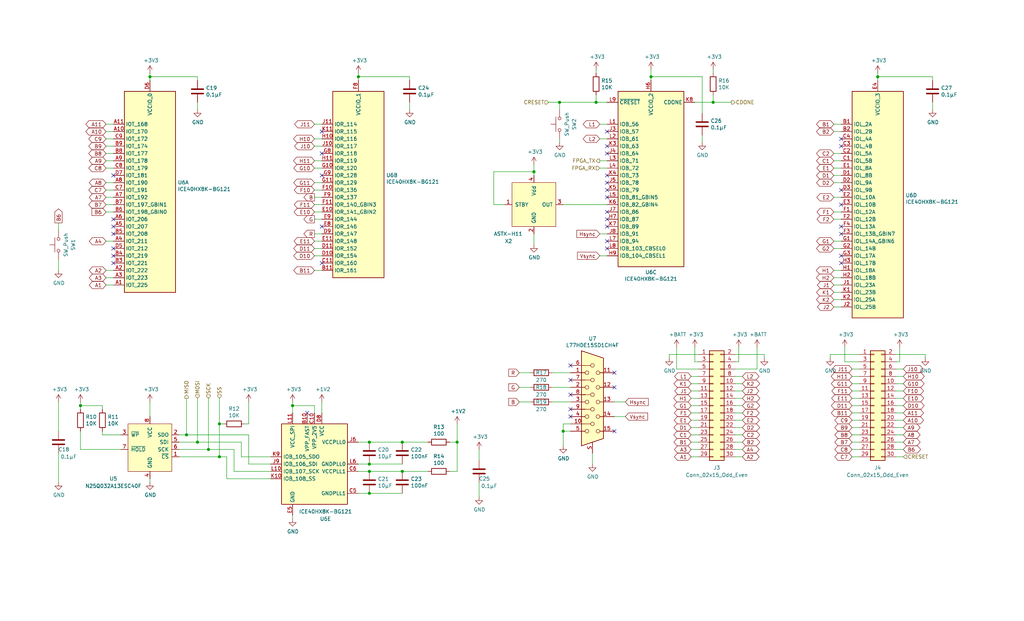
<source format=kicad_sch>
(kicad_sch (version 20211123) (generator eeschema)
  (paper "USLegal")
  (junction (at 124.46 26.67))
  (junction (at 72.39 156.21))
  (junction (at 101.6 140.97))
  (junction (at 139.7 153.67))
  (junction (at 68.58 153.67))
  (junction (at 185.42 59.69))
  (junction (at 128.27 163.83))
  (junction (at 128.27 171.45))
  (junction (at 128.27 161.29))
  (junction (at 195.58 149.86))
  (junction (at 139.7 163.83))
  (junction (at 128.27 153.67))
  (junction (at 52.07 26.67))
  (junction (at 304.8 26.67))
  (junction (at 27.94 140.97))
  (junction (at 76.2 147.32))
  (junction (at 64.77 151.13))
  (junction (at 194.31 35.56))
  (junction (at 76.2 158.75))
  (junction (at 226.06 26.67))
  (junction (at 158.75 153.67))
  (junction (at 207.01 35.56))
  (junction (at 247.65 35.56))
  (no_connect (at 106.68 143.51))
  (no_connect (at 111.76 91.44))
  (no_connect (at 111.76 45.72))
  (no_connect (at 111.76 53.34))
  (no_connect (at 111.76 60.96))
  (no_connect (at 111.76 78.74))
  (no_connect (at 39.37 60.96))
  (no_connect (at 39.37 76.2))
  (no_connect (at 39.37 78.74))
  (no_connect (at 39.37 81.28))
  (no_connect (at 39.37 86.36))
  (no_connect (at 39.37 88.9))
  (no_connect (at 39.37 91.44))
  (no_connect (at 210.82 45.72))
  (no_connect (at 210.82 50.8))
  (no_connect (at 210.82 53.34))
  (no_connect (at 210.82 76.2))
  (no_connect (at 210.82 78.74))
  (no_connect (at 210.82 86.36))
  (no_connect (at 210.82 83.82))
  (no_connect (at 210.82 60.96))
  (no_connect (at 210.82 63.5))
  (no_connect (at 210.82 66.04))
  (no_connect (at 210.82 68.58))
  (no_connect (at 210.82 73.66))
  (no_connect (at 198.12 137.16))
  (no_connect (at 213.36 149.86))
  (no_connect (at 198.12 127))
  (no_connect (at 198.12 132.08))
  (no_connect (at 198.12 142.24))
  (no_connect (at 198.12 144.78))
  (no_connect (at 213.36 134.62))
  (no_connect (at 213.36 129.54))
  (no_connect (at 292.1 88.9))
  (no_connect (at 292.1 91.44))
  (no_connect (at 292.1 50.8))
  (no_connect (at 292.1 66.04))
  (no_connect (at 292.1 71.12))
  (no_connect (at 292.1 78.74))
  (no_connect (at 292.1 81.28))
  (no_connect (at 292.1 48.26))
  (wire (pts (xy 93.98 163.83) (xy 81.28 163.83)))
  (wire (pts (xy 109.22 86.36) (xy 111.76 86.36)))
  (wire (pts (xy 35.56 149.86) (xy 35.56 151.13)))
  (wire (pts (xy 36.83 83.82) (xy 39.37 83.82)))
  (wire (pts (xy 289.56 99.06) (xy 292.1 99.06)))
  (wire (pts (xy 232.41 124.46) (xy 232.41 123.19)))
  (wire (pts (xy 109.22 81.28) (xy 111.76 81.28)))
  (wire (pts (xy 240.03 133.35) (xy 242.57 133.35)))
  (wire (pts (xy 210.82 71.12) (xy 195.58 71.12)))
  (wire (pts (xy 234.95 120.65) (xy 234.95 128.27)))
  (wire (pts (xy 142.24 26.67) (xy 142.24 27.94)))
  (wire (pts (xy 226.06 26.67) (xy 226.06 27.94)))
  (wire (pts (xy 36.83 71.12) (xy 39.37 71.12)))
  (wire (pts (xy 255.27 123.19) (xy 265.43 123.19)))
  (wire (pts (xy 76.2 158.75) (xy 62.23 158.75)))
  (wire (pts (xy 81.28 156.21) (xy 72.39 156.21)))
  (wire (pts (xy 208.28 48.26) (xy 210.82 48.26)))
  (wire (pts (xy 27.94 140.97) (xy 27.94 142.24)))
  (wire (pts (xy 27.94 139.7) (xy 27.94 140.97)))
  (wire (pts (xy 295.91 138.43) (xy 298.45 138.43)))
  (wire (pts (xy 313.69 138.43) (xy 311.15 138.43)))
  (wire (pts (xy 77.47 147.32) (xy 76.2 147.32)))
  (wire (pts (xy 175.26 71.12) (xy 171.45 71.12)))
  (wire (pts (xy 295.91 158.75) (xy 298.45 158.75)))
  (wire (pts (xy 257.81 148.59) (xy 255.27 148.59)))
  (wire (pts (xy 313.69 135.89) (xy 311.15 135.89)))
  (wire (pts (xy 208.28 81.28) (xy 210.82 81.28)))
  (wire (pts (xy 292.1 73.66) (xy 289.56 73.66)))
  (wire (pts (xy 128.27 153.67) (xy 139.7 153.67)))
  (wire (pts (xy 247.65 33.02) (xy 247.65 35.56)))
  (wire (pts (xy 86.36 151.13) (xy 86.36 161.29)))
  (wire (pts (xy 321.31 123.19) (xy 321.31 124.46)))
  (wire (pts (xy 128.27 161.29) (xy 139.7 161.29)))
  (wire (pts (xy 109.22 83.82) (xy 111.76 83.82)))
  (wire (pts (xy 295.91 135.89) (xy 298.45 135.89)))
  (wire (pts (xy 86.36 139.7) (xy 86.36 147.32)))
  (wire (pts (xy 313.69 133.35) (xy 311.15 133.35)))
  (wire (pts (xy 323.85 35.56) (xy 323.85 38.1)))
  (wire (pts (xy 148.59 163.83) (xy 139.7 163.83)))
  (wire (pts (xy 62.23 153.67) (xy 68.58 153.67)))
  (wire (pts (xy 36.83 53.34) (xy 39.37 53.34)))
  (wire (pts (xy 35.56 140.97) (xy 35.56 142.24)))
  (wire (pts (xy 295.91 128.27) (xy 298.45 128.27)))
  (wire (pts (xy 109.22 76.2) (xy 111.76 76.2)))
  (wire (pts (xy 257.81 140.97) (xy 255.27 140.97)))
  (wire (pts (xy 166.37 156.21) (xy 166.37 160.02)))
  (wire (pts (xy 36.83 96.52) (xy 39.37 96.52)))
  (wire (pts (xy 257.81 158.75) (xy 255.27 158.75)))
  (wire (pts (xy 247.65 35.56) (xy 241.3 35.56)))
  (wire (pts (xy 76.2 138.43) (xy 76.2 147.32)))
  (wire (pts (xy 295.91 148.59) (xy 298.45 148.59)))
  (wire (pts (xy 289.56 106.68) (xy 292.1 106.68)))
  (wire (pts (xy 180.34 134.62) (xy 184.15 134.62)))
  (wire (pts (xy 180.34 129.54) (xy 184.15 129.54)))
  (wire (pts (xy 72.39 156.21) (xy 62.23 156.21)))
  (wire (pts (xy 36.83 73.66) (xy 39.37 73.66)))
  (wire (pts (xy 36.83 93.98) (xy 39.37 93.98)))
  (wire (pts (xy 242.57 158.75) (xy 240.03 158.75)))
  (wire (pts (xy 93.98 166.37) (xy 78.74 166.37)))
  (wire (pts (xy 208.28 43.18) (xy 210.82 43.18)))
  (wire (pts (xy 158.75 163.83) (xy 156.21 163.83)))
  (wire (pts (xy 109.22 73.66) (xy 111.76 73.66)))
  (wire (pts (xy 124.46 171.45) (xy 128.27 171.45)))
  (wire (pts (xy 180.34 139.7) (xy 184.15 139.7)))
  (wire (pts (xy 205.74 157.48) (xy 205.74 161.29)))
  (wire (pts (xy 208.28 55.88) (xy 210.82 55.88)))
  (wire (pts (xy 86.36 161.29) (xy 93.98 161.29)))
  (wire (pts (xy 52.07 26.67) (xy 68.58 26.67)))
  (wire (pts (xy 158.75 153.67) (xy 158.75 163.83)))
  (wire (pts (xy 289.56 58.42) (xy 292.1 58.42)))
  (wire (pts (xy 323.85 26.67) (xy 323.85 27.94)))
  (wire (pts (xy 72.39 138.43) (xy 72.39 156.21)))
  (wire (pts (xy 240.03 135.89) (xy 242.57 135.89)))
  (wire (pts (xy 36.83 50.8) (xy 39.37 50.8)))
  (wire (pts (xy 52.07 25.4) (xy 52.07 26.67)))
  (wire (pts (xy 78.74 166.37) (xy 78.74 158.75)))
  (wire (pts (xy 241.3 125.73) (xy 242.57 125.73)))
  (wire (pts (xy 166.37 167.64) (xy 166.37 172.72)))
  (wire (pts (xy 295.91 151.13) (xy 298.45 151.13)))
  (wire (pts (xy 109.22 71.12) (xy 111.76 71.12)))
  (wire (pts (xy 36.83 63.5) (xy 39.37 63.5)))
  (wire (pts (xy 27.94 140.97) (xy 35.56 140.97)))
  (wire (pts (xy 109.22 66.04) (xy 111.76 66.04)))
  (wire (pts (xy 185.42 81.28) (xy 185.42 85.09)))
  (wire (pts (xy 226.06 24.13) (xy 226.06 26.67)))
  (wire (pts (xy 313.69 156.21) (xy 311.15 156.21)))
  (wire (pts (xy 262.89 128.27) (xy 255.27 128.27)))
  (wire (pts (xy 265.43 123.19) (xy 265.43 124.46)))
  (wire (pts (xy 313.69 130.81) (xy 311.15 130.81)))
  (wire (pts (xy 262.89 120.65) (xy 262.89 128.27)))
  (wire (pts (xy 68.58 26.67) (xy 68.58 27.94)))
  (wire (pts (xy 109.22 58.42) (xy 111.76 58.42)))
  (wire (pts (xy 139.7 153.67) (xy 148.59 153.67)))
  (wire (pts (xy 240.03 151.13) (xy 242.57 151.13)))
  (wire (pts (xy 243.84 46.99) (xy 243.84 49.53)))
  (wire (pts (xy 64.77 138.43) (xy 64.77 151.13)))
  (wire (pts (xy 293.37 125.73) (xy 298.45 125.73)))
  (wire (pts (xy 124.46 163.83) (xy 128.27 163.83)))
  (wire (pts (xy 86.36 147.32) (xy 85.09 147.32)))
  (wire (pts (xy 240.03 153.67) (xy 242.57 153.67)))
  (wire (pts (xy 124.46 26.67) (xy 142.24 26.67)))
  (wire (pts (xy 289.56 53.34) (xy 292.1 53.34)))
  (wire (pts (xy 36.83 68.58) (xy 39.37 68.58)))
  (wire (pts (xy 240.03 156.21) (xy 242.57 156.21)))
  (wire (pts (xy 256.54 120.65) (xy 256.54 125.73)))
  (wire (pts (xy 109.22 48.26) (xy 111.76 48.26)))
  (wire (pts (xy 158.75 147.32) (xy 158.75 153.67)))
  (wire (pts (xy 194.31 48.26) (xy 194.31 49.53)))
  (wire (pts (xy 194.31 35.56) (xy 207.01 35.56)))
  (wire (pts (xy 257.81 133.35) (xy 255.27 133.35)))
  (wire (pts (xy 83.82 158.75) (xy 93.98 158.75)))
  (wire (pts (xy 194.31 38.1) (xy 194.31 35.56)))
  (wire (pts (xy 289.56 96.52) (xy 292.1 96.52)))
  (wire (pts (xy 171.45 59.69) (xy 185.42 59.69)))
  (wire (pts (xy 226.06 26.67) (xy 243.84 26.67)))
  (wire (pts (xy 240.03 140.97) (xy 242.57 140.97)))
  (wire (pts (xy 36.83 55.88) (xy 39.37 55.88)))
  (wire (pts (xy 171.45 71.12) (xy 171.45 59.69)))
  (wire (pts (xy 109.22 55.88) (xy 111.76 55.88)))
  (wire (pts (xy 295.91 133.35) (xy 298.45 133.35)))
  (wire (pts (xy 295.91 153.67) (xy 298.45 153.67)))
  (wire (pts (xy 289.56 60.96) (xy 292.1 60.96)))
  (wire (pts (xy 240.03 130.81) (xy 242.57 130.81)))
  (wire (pts (xy 208.28 88.9) (xy 210.82 88.9)))
  (wire (pts (xy 288.29 124.46) (xy 288.29 123.19)))
  (wire (pts (xy 311.15 153.67) (xy 313.69 153.67)))
  (wire (pts (xy 240.03 138.43) (xy 242.57 138.43)))
  (wire (pts (xy 311.15 151.13) (xy 313.69 151.13)))
  (wire (pts (xy 101.6 140.97) (xy 109.22 140.97)))
  (wire (pts (xy 124.46 26.67) (xy 124.46 27.94)))
  (wire (pts (xy 257.81 130.81) (xy 255.27 130.81)))
  (wire (pts (xy 254 35.56) (xy 247.65 35.56)))
  (wire (pts (xy 198.12 149.86) (xy 195.58 149.86)))
  (wire (pts (xy 313.69 143.51) (xy 311.15 143.51)))
  (wire (pts (xy 52.07 139.7) (xy 52.07 144.78)))
  (wire (pts (xy 313.69 128.27) (xy 311.15 128.27)))
  (wire (pts (xy 124.46 153.67) (xy 128.27 153.67)))
  (wire (pts (xy 111.76 139.7) (xy 111.76 143.51)))
  (wire (pts (xy 195.58 154.94) (xy 195.58 149.86)))
  (wire (pts (xy 20.32 139.7) (xy 20.32 149.86)))
  (wire (pts (xy 128.27 171.45) (xy 139.7 171.45)))
  (wire (pts (xy 191.77 139.7) (xy 198.12 139.7)))
  (wire (pts (xy 142.24 35.56) (xy 142.24 38.1)))
  (wire (pts (xy 101.6 143.51) (xy 101.6 140.97)))
  (wire (pts (xy 191.77 129.54) (xy 198.12 129.54)))
  (wire (pts (xy 217.17 144.78) (xy 213.36 144.78)))
  (wire (pts (xy 240.03 143.51) (xy 242.57 143.51)))
  (wire (pts (xy 257.81 143.51) (xy 255.27 143.51)))
  (wire (pts (xy 124.46 25.4) (xy 124.46 26.67)))
  (wire (pts (xy 68.58 35.56) (xy 68.58 38.1)))
  (wire (pts (xy 295.91 156.21) (xy 298.45 156.21)))
  (wire (pts (xy 124.46 161.29) (xy 128.27 161.29)))
  (wire (pts (xy 41.91 156.21) (xy 27.94 156.21)))
  (wire (pts (xy 311.15 146.05) (xy 313.69 146.05)))
  (wire (pts (xy 109.22 50.8) (xy 111.76 50.8)))
  (wire (pts (xy 213.36 139.7) (xy 217.17 139.7)))
  (wire (pts (xy 83.82 153.67) (xy 83.82 158.75)))
  (wire (pts (xy 257.81 151.13) (xy 255.27 151.13)))
  (wire (pts (xy 240.03 148.59) (xy 242.57 148.59)))
  (wire (pts (xy 257.81 153.67) (xy 255.27 153.67)))
  (wire (pts (xy 313.69 140.97) (xy 311.15 140.97)))
  (wire (pts (xy 101.6 139.7) (xy 101.6 140.97)))
  (wire (pts (xy 36.83 66.04) (xy 39.37 66.04)))
  (wire (pts (xy 101.6 179.07) (xy 101.6 180.34)))
  (wire (pts (xy 311.15 148.59) (xy 313.69 148.59)))
  (wire (pts (xy 256.54 125.73) (xy 255.27 125.73)))
  (wire (pts (xy 241.3 120.65) (xy 241.3 125.73)))
  (wire (pts (xy 52.07 166.37) (xy 52.07 167.64)))
  (wire (pts (xy 289.56 101.6) (xy 292.1 101.6)))
  (wire (pts (xy 311.15 123.19) (xy 321.31 123.19)))
  (wire (pts (xy 312.42 125.73) (xy 311.15 125.73)))
  (wire (pts (xy 295.91 143.51) (xy 298.45 143.51)))
  (wire (pts (xy 208.28 58.42) (xy 210.82 58.42)))
  (wire (pts (xy 289.56 63.5) (xy 292.1 63.5)))
  (wire (pts (xy 289.56 86.36) (xy 292.1 86.36)))
  (wire (pts (xy 20.32 157.48) (xy 20.32 167.64)))
  (wire (pts (xy 207.01 24.13) (xy 207.01 25.4)))
  (wire (pts (xy 257.81 156.21) (xy 255.27 156.21)))
  (wire (pts (xy 207.01 35.56) (xy 210.82 35.56)))
  (wire (pts (xy 27.94 156.21) (xy 27.94 149.86)))
  (wire (pts (xy 289.56 68.58) (xy 292.1 68.58)))
  (wire (pts (xy 304.8 26.67) (xy 304.8 27.94)))
  (wire (pts (xy 52.07 26.67) (xy 52.07 27.94)))
  (wire (pts (xy 64.77 151.13) (xy 86.36 151.13)))
  (wire (pts (xy 156.21 153.67) (xy 158.75 153.67)))
  (wire (pts (xy 36.83 45.72) (xy 39.37 45.72)))
  (wire (pts (xy 293.37 120.65) (xy 293.37 125.73)))
  (wire (pts (xy 62.23 151.13) (xy 64.77 151.13)))
  (wire (pts (xy 36.83 43.18) (xy 39.37 43.18)))
  (wire (pts (xy 232.41 123.19) (xy 242.57 123.19)))
  (wire (pts (xy 81.28 163.83) (xy 81.28 156.21)))
  (wire (pts (xy 243.84 26.67) (xy 243.84 39.37)))
  (wire (pts (xy 257.81 135.89) (xy 255.27 135.89)))
  (wire (pts (xy 257.81 146.05) (xy 255.27 146.05)))
  (wire (pts (xy 20.32 77.47) (xy 20.32 80.01)))
  (wire (pts (xy 313.69 158.75) (xy 311.15 158.75)))
  (wire (pts (xy 35.56 151.13) (xy 41.91 151.13)))
  (wire (pts (xy 109.22 63.5) (xy 111.76 63.5)))
  (wire (pts (xy 289.56 55.88) (xy 292.1 55.88)))
  (wire (pts (xy 109.22 43.18) (xy 111.76 43.18)))
  (wire (pts (xy 207.01 33.02) (xy 207.01 35.56)))
  (wire (pts (xy 36.83 58.42) (xy 39.37 58.42)))
  (wire (pts (xy 109.22 140.97) (xy 109.22 143.51)))
  (wire (pts (xy 295.91 146.05) (xy 298.45 146.05)))
  (wire (pts (xy 78.74 158.75) (xy 76.2 158.75)))
  (wire (pts (xy 257.81 138.43) (xy 255.27 138.43)))
  (wire (pts (xy 190.5 35.56) (xy 194.31 35.56)))
  (wire (pts (xy 195.58 149.86) (xy 195.58 147.32)))
  (wire (pts (xy 76.2 147.32) (xy 76.2 158.75)))
  (wire (pts (xy 288.29 123.19) (xy 298.45 123.19)))
  (wire (pts (xy 36.83 99.06) (xy 39.37 99.06)))
  (wire (pts (xy 289.56 45.72) (xy 292.1 45.72)))
  (wire (pts (xy 304.8 26.67) (xy 323.85 26.67)))
  (wire (pts (xy 128.27 163.83) (xy 139.7 163.83)))
  (wire (pts (xy 109.22 68.58) (xy 111.76 68.58)))
  (wire (pts (xy 109.22 88.9) (xy 111.76 88.9)))
  (wire (pts (xy 36.83 48.26) (xy 39.37 48.26)))
  (wire (pts (xy 312.42 120.65) (xy 312.42 125.73)))
  (wire (pts (xy 289.56 76.2) (xy 292.1 76.2)))
  (wire (pts (xy 289.56 104.14) (xy 292.1 104.14)))
  (wire (pts (xy 240.03 146.05) (xy 242.57 146.05)))
  (wire (pts (xy 185.42 59.69) (xy 185.42 60.96)))
  (wire (pts (xy 247.65 24.13) (xy 247.65 25.4)))
  (wire (pts (xy 20.32 93.98) (xy 20.32 90.17)))
  (wire (pts (xy 289.56 43.18) (xy 292.1 43.18)))
  (wire (pts (xy 304.8 25.4) (xy 304.8 26.67)))
  (wire (pts (xy 68.58 138.43) (xy 68.58 153.67)))
  (wire (pts (xy 289.56 93.98) (xy 292.1 93.98)))
  (wire (pts (xy 195.58 147.32) (xy 198.12 147.32)))
  (wire (pts (xy 289.56 83.82) (xy 292.1 83.82)))
  (wire (pts (xy 234.95 128.27) (xy 242.57 128.27)))
  (wire (pts (xy 185.42 57.15) (xy 185.42 59.69)))
  (wire (pts (xy 295.91 140.97) (xy 298.45 140.97)))
  (wire (pts (xy 295.91 130.81) (xy 298.45 130.81)))
  (wire (pts (xy 109.22 93.98) (xy 111.76 93.98)))
  (wire (pts (xy 191.77 134.62) (xy 198.12 134.62)))
  (wire (pts (xy 68.58 153.67) (xy 83.82 153.67)))
  (global_label "F1" (shape bidirectional) (at 289.56 73.66 180) (property "Intersheet References" "${INTERSHEET_REFS}" (effects hide)))
  (global_label "B6" (shape bidirectional) (at 313.69 156.21 0) (property "Intersheet References" "${INTERSHEET_REFS}" (effects hide)))
  (global_label "C8" (shape bidirectional) (at 36.83 58.42 180) (property "Intersheet References" "${INTERSHEET_REFS}" (effects hide)))
  (global_label "H10" (shape bidirectional) (at 109.22 48.26 180) (property "Intersheet References" "${INTERSHEET_REFS}" (effects hide)))
  (global_label "A9" (shape bidirectional) (at 36.83 55.88 180) (property "Intersheet References" "${INTERSHEET_REFS}" (effects hide)))
  (global_label "A7" (shape bidirectional) (at 313.69 153.67 0) (property "Intersheet References" "${INTERSHEET_REFS}" (effects hide)))
  (global_label "C1" (shape bidirectional) (at 240.03 151.13 180) (property "Intersheet References" "${INTERSHEET_REFS}" (effects hide)))
  (global_label "A1" (shape bidirectional) (at 36.83 99.06 180) (property "Intersheet References" "${INTERSHEET_REFS}" (effects hide)))
  (global_label "B8" (shape bidirectional) (at 295.91 151.13 180) (property "Intersheet References" "${INTERSHEET_REFS}" (effects hide)))
  (global_label "G1" (shape bidirectional) (at 240.03 140.97 180) (property "Intersheet References" "${INTERSHEET_REFS}" (effects hide)))
  (global_label "Hsync" (shape input) (at 208.28 81.28 180) (property "Intersheet References" "${INTERSHEET_REFS}" (effects hide)))
  (global_label "R" (shape output) (at 109.22 81.28 180) (property "Intersheet References" "${INTERSHEET_REFS}" (effects hide)))
  (global_label "A7" (shape bidirectional) (at 36.83 68.58 180) (property "Intersheet References" "${INTERSHEET_REFS}" (effects hide)))
  (global_label "K2" (shape bidirectional) (at 257.81 133.35 0) (property "Intersheet References" "${INTERSHEET_REFS}" (effects hide)))
  (global_label "B" (shape output) (at 109.22 68.58 180) (property "Intersheet References" "${INTERSHEET_REFS}" (effects hide)))
  (global_label "E2" (shape bidirectional) (at 257.81 146.05 0) (property "Intersheet References" "${INTERSHEET_REFS}" (effects hide)))
  (global_label "B1" (shape bidirectional) (at 240.03 153.67 180) (property "Intersheet References" "${INTERSHEET_REFS}" (effects hide)))
  (global_label "B9" (shape bidirectional) (at 36.83 50.8 180) (property "Intersheet References" "${INTERSHEET_REFS}" (effects hide)))
  (global_label "R" (shape input) (at 180.34 129.54 180) (property "Intersheet References" "${INTERSHEET_REFS}" (effects hide)))
  (global_label "A4" (shape bidirectional) (at 36.83 83.82 180) (property "Intersheet References" "${INTERSHEET_REFS}" (effects hide)))
  (global_label "H1" (shape bidirectional) (at 240.03 138.43 180) (property "Intersheet References" "${INTERSHEET_REFS}" (effects hide)))
  (global_label "Vsync" (shape input) (at 217.17 144.78 0) (property "Intersheet References" "${INTERSHEET_REFS}" (effects hide)))
  (global_label "C2" (shape bidirectional) (at 289.56 53.34 180) (property "Intersheet References" "${INTERSHEET_REFS}" (effects hide)))
  (global_label "H2" (shape bidirectional) (at 289.56 96.52 180) (property "Intersheet References" "${INTERSHEET_REFS}" (effects hide)))
  (global_label "F2" (shape bidirectional) (at 257.81 143.51 0) (property "Intersheet References" "${INTERSHEET_REFS}" (effects hide)))
  (global_label "A11" (shape bidirectional) (at 313.69 143.51 0) (property "Intersheet References" "${INTERSHEET_REFS}" (effects hide)))
  (global_label "C9" (shape bidirectional) (at 36.83 48.26 180) (property "Intersheet References" "${INTERSHEET_REFS}" (effects hide)))
  (global_label "A3" (shape bidirectional) (at 240.03 156.21 180) (property "Intersheet References" "${INTERSHEET_REFS}" (effects hide)))
  (global_label "J1" (shape bidirectional) (at 289.56 99.06 180) (property "Intersheet References" "${INTERSHEET_REFS}" (effects hide)))
  (global_label "J10" (shape bidirectional) (at 313.69 128.27 0) (property "Intersheet References" "${INTERSHEET_REFS}" (effects hide)))
  (global_label "B9" (shape bidirectional) (at 295.91 148.59 180) (property "Intersheet References" "${INTERSHEET_REFS}" (effects hide)))
  (global_label "D11" (shape bidirectional) (at 295.91 140.97 180) (property "Intersheet References" "${INTERSHEET_REFS}" (effects hide)))
  (global_label "B1" (shape bidirectional) (at 289.56 43.18 180) (property "Intersheet References" "${INTERSHEET_REFS}" (effects hide)))
  (global_label "C7" (shape bidirectional) (at 36.83 66.04 180) (property "Intersheet References" "${INTERSHEET_REFS}" (effects hide)))
  (global_label "E10" (shape bidirectional) (at 313.69 138.43 0) (property "Intersheet References" "${INTERSHEET_REFS}" (effects hide)))
  (global_label "L2" (shape bidirectional) (at 257.81 130.81 0) (property "Intersheet References" "${INTERSHEET_REFS}" (effects hide)))
  (global_label "F10" (shape bidirectional) (at 109.22 66.04 180) (property "Intersheet References" "${INTERSHEET_REFS}" (effects hide)))
  (global_label "A3" (shape bidirectional) (at 36.83 96.52 180) (property "Intersheet References" "${INTERSHEET_REFS}" (effects hide)))
  (global_label "G1" (shape bidirectional) (at 289.56 83.82 180) (property "Intersheet References" "${INTERSHEET_REFS}" (effects hide)))
  (global_label "E1" (shape bidirectional) (at 240.03 146.05 180) (property "Intersheet References" "${INTERSHEET_REFS}" (effects hide)))
  (global_label "A8" (shape bidirectional) (at 313.69 151.13 0) (property "Intersheet References" "${INTERSHEET_REFS}" (effects hide)))
  (global_label "D1" (shape bidirectional) (at 289.56 60.96 180) (property "Intersheet References" "${INTERSHEET_REFS}" (effects hide)))
  (global_label "H11" (shape bidirectional) (at 295.91 130.81 180) (property "Intersheet References" "${INTERSHEET_REFS}" (effects hide)))
  (global_label "A2" (shape bidirectional) (at 257.81 158.75 0) (property "Intersheet References" "${INTERSHEET_REFS}" (effects hide)))
  (global_label "Hsync" (shape input) (at 217.17 139.7 0) (property "Intersheet References" "${INTERSHEET_REFS}" (effects hide)))
  (global_label "H1" (shape bidirectional) (at 289.56 93.98 180) (property "Intersheet References" "${INTERSHEET_REFS}" (effects hide)))
  (global_label "B6" (shape output) (at 20.32 77.47 90) (property "Intersheet References" "${INTERSHEET_REFS}" (effects hide)))
  (global_label "G11" (shape bidirectional) (at 295.91 133.35 180) (property "Intersheet References" "${INTERSHEET_REFS}" (effects hide)))
  (global_label "A10" (shape bidirectional) (at 313.69 146.05 0) (property "Intersheet References" "${INTERSHEET_REFS}" (effects hide)))
  (global_label "C2" (shape bidirectional) (at 257.81 151.13 0) (property "Intersheet References" "${INTERSHEET_REFS}" (effects hide)))
  (global_label "Vsync" (shape input) (at 208.28 88.9 180) (property "Intersheet References" "${INTERSHEET_REFS}" (effects hide)))
  (global_label "K1" (shape bidirectional) (at 289.56 101.6 180) (property "Intersheet References" "${INTERSHEET_REFS}" (effects hide)))
  (global_label "E1" (shape bidirectional) (at 289.56 58.42 180) (property "Intersheet References" "${INTERSHEET_REFS}" (effects hide)))
  (global_label "A11" (shape bidirectional) (at 36.83 43.18 180) (property "Intersheet References" "${INTERSHEET_REFS}" (effects hide)))
  (global_label "B" (shape input) (at 180.34 139.7 180) (property "Intersheet References" "${INTERSHEET_REFS}" (effects hide)))
  (global_label "E11" (shape bidirectional) (at 109.22 83.82 180) (property "Intersheet References" "${INTERSHEET_REFS}" (effects hide)))
  (global_label "K2" (shape bidirectional) (at 289.56 104.14 180) (property "Intersheet References" "${INTERSHEET_REFS}" (effects hide)))
  (global_label "J11" (shape bidirectional) (at 295.91 128.27 180) (property "Intersheet References" "${INTERSHEET_REFS}" (effects hide)))
  (global_label "C9" (shape bidirectional) (at 295.91 146.05 180) (property "Intersheet References" "${INTERSHEET_REFS}" (effects hide)))
  (global_label "F10" (shape bidirectional) (at 313.69 135.89 0) (property "Intersheet References" "${INTERSHEET_REFS}" (effects hide)))
  (global_label "A4" (shape bidirectional) (at 257.81 156.21 0) (property "Intersheet References" "${INTERSHEET_REFS}" (effects hide)))
  (global_label "G10" (shape bidirectional) (at 109.22 58.42 180) (property "Intersheet References" "${INTERSHEET_REFS}" (effects hide)))
  (global_label "J1" (shape bidirectional) (at 240.03 135.89 180) (property "Intersheet References" "${INTERSHEET_REFS}" (effects hide)))
  (global_label "E10" (shape bidirectional) (at 109.22 73.66 180) (property "Intersheet References" "${INTERSHEET_REFS}" (effects hide)))
  (global_label "B7" (shape bidirectional) (at 295.91 153.67 180) (property "Intersheet References" "${INTERSHEET_REFS}" (effects hide)))
  (global_label "H10" (shape bidirectional) (at 313.69 130.81 0) (property "Intersheet References" "${INTERSHEET_REFS}" (effects hide)))
  (global_label "E2" (shape bidirectional) (at 289.56 68.58 180) (property "Intersheet References" "${INTERSHEET_REFS}" (effects hide)))
  (global_label "F1" (shape bidirectional) (at 240.03 143.51 180) (property "Intersheet References" "${INTERSHEET_REFS}" (effects hide)))
  (global_label "C1" (shape bidirectional) (at 289.56 55.88 180) (property "Intersheet References" "${INTERSHEET_REFS}" (effects hide)))
  (global_label "G" (shape output) (at 109.22 76.2 180) (property "Intersheet References" "${INTERSHEET_REFS}" (effects hide)))
  (global_label "D1" (shape bidirectional) (at 240.03 148.59 180) (property "Intersheet References" "${INTERSHEET_REFS}" (effects hide)))
  (global_label "C7" (shape bidirectional) (at 295.91 158.75 180) (property "Intersheet References" "${INTERSHEET_REFS}" (effects hide)))
  (global_label "J11" (shape bidirectional) (at 109.22 43.18 180) (property "Intersheet References" "${INTERSHEET_REFS}" (effects hide)))
  (global_label "G11" (shape bidirectional) (at 109.22 63.5 180) (property "Intersheet References" "${INTERSHEET_REFS}" (effects hide)))
  (global_label "A10" (shape bidirectional) (at 36.83 45.72 180) (property "Intersheet References" "${INTERSHEET_REFS}" (effects hide)))
  (global_label "D2" (shape bidirectional) (at 289.56 63.5 180) (property "Intersheet References" "${INTERSHEET_REFS}" (effects hide)))
  (global_label "B7" (shape bidirectional) (at 36.83 71.12 180) (property "Intersheet References" "${INTERSHEET_REFS}" (effects hide)))
  (global_label "D2" (shape bidirectional) (at 257.81 148.59 0) (property "Intersheet References" "${INTERSHEET_REFS}" (effects hide)))
  (global_label "A9" (shape bidirectional) (at 313.69 148.59 0) (property "Intersheet References" "${INTERSHEET_REFS}" (effects hide)))
  (global_label "L1" (shape bidirectional) (at 208.28 43.18 180) (property "Intersheet References" "${INTERSHEET_REFS}" (effects hide)))
  (global_label "B11" (shape bidirectional) (at 109.22 93.98 180) (property "Intersheet References" "${INTERSHEET_REFS}" (effects hide)))
  (global_label "A2" (shape bidirectional) (at 36.83 93.98 180) (property "Intersheet References" "${INTERSHEET_REFS}" (effects hide)))
  (global_label "F11" (shape bidirectional) (at 109.22 71.12 180) (property "Intersheet References" "${INTERSHEET_REFS}" (effects hide)))
  (global_label "G" (shape input) (at 180.34 134.62 180) (property "Intersheet References" "${INTERSHEET_REFS}" (effects hide)))
  (global_label "D10" (shape bidirectional) (at 109.22 88.9 180) (property "Intersheet References" "${INTERSHEET_REFS}" (effects hide)))
  (global_label "J2" (shape bidirectional) (at 257.81 135.89 0) (property "Intersheet References" "${INTERSHEET_REFS}" (effects hide)))
  (global_label "A1" (shape bidirectional) (at 240.03 158.75 180) (property "Intersheet References" "${INTERSHEET_REFS}" (effects hide)))
  (global_label "G2" (shape bidirectional) (at 257.81 140.97 0) (property "Intersheet References" "${INTERSHEET_REFS}" (effects hide)))
  (global_label "F2" (shape bidirectional) (at 289.56 76.2 180) (property "Intersheet References" "${INTERSHEET_REFS}" (effects hide)))
  (global_label "J10" (shape bidirectional) (at 109.22 50.8 180) (property "Intersheet References" "${INTERSHEET_REFS}" (effects hide)))
  (global_label "B2" (shape bidirectional) (at 257.81 153.67 0) (property "Intersheet References" "${INTERSHEET_REFS}" (effects hide)))
  (global_label "B11" (shape bidirectional) (at 295.91 143.51 180) (property "Intersheet References" "${INTERSHEET_REFS}" (effects hide)))
  (global_label "E11" (shape bidirectional) (at 295.91 138.43 180) (property "Intersheet References" "${INTERSHEET_REFS}" (effects hide)))
  (global_label "G10" (shape bidirectional) (at 313.69 133.35 0) (property "Intersheet References" "${INTERSHEET_REFS}" (effects hide)))
  (global_label "J2" (shape bidirectional) (at 289.56 106.68 180) (property "Intersheet References" "${INTERSHEET_REFS}" (effects hide)))
  (global_label "L1" (shape bidirectional) (at 240.03 130.81 180) (property "Intersheet References" "${INTERSHEET_REFS}" (effects hide)))
  (global_label "C8" (shape bidirectional) (at 295.91 156.21 180) (property "Intersheet References" "${INTERSHEET_REFS}" (effects hide)))
  (global_label "A8" (shape bidirectional) (at 36.83 63.5 180) (property "Intersheet References" "${INTERSHEET_REFS}" (effects hide)))
  (global_label "L2" (shape bidirectional) (at 208.28 48.26 180) (property "Intersheet References" "${INTERSHEET_REFS}" (effects hide)))
  (global_label "D10" (shape bidirectional) (at 313.69 140.97 0) (property "Intersheet References" "${INTERSHEET_REFS}" (effects hide)))
  (global_label "B2" (shape bidirectional) (at 289.56 45.72 180) (property "Intersheet References" "${INTERSHEET_REFS}" (effects hide)))
  (global_label "D11" (shape bidirectional) (at 109.22 86.36 180) (property "Intersheet References" "${INTERSHEET_REFS}" (effects hide)))
  (global_label "B6" (shape input) (at 36.83 73.66 180) (property "Intersheet References" "${INTERSHEET_REFS}" (effects hide)))
  (global_label "B8" (shape bidirectional) (at 36.83 53.34 180) (property "Intersheet References" "${INTERSHEET_REFS}" (effects hide)))
  (global_label "H11" (shape bidirectional) (at 109.22 55.88 180) (property "Intersheet References" "${INTERSHEET_REFS}" (effects hide)))
  (global_label "G2" (shape bidirectional) (at 289.56 86.36 180) (property "Intersheet References" "${INTERSHEET_REFS}" (effects hide)))
  (global_label "K1" (shape bidirectional) (at 240.03 133.35 180) (property "Intersheet References" "${INTERSHEET_REFS}" (effects hide)))
  (global_label "H2" (shape bidirectional) (at 257.81 138.43 0) (property "Intersheet References" "${INTERSHEET_REFS}" (effects hide)))
  (global_label "F11" (shape bidirectional) (at 295.91 135.89 180) (property "Intersheet References" "${INTERSHEET_REFS}" (effects hide)))
  (hierarchical_label "FPGA_RX" (shape input) (at 208.28 58.42 180))
  (hierarchical_label "CRESET" (shape input) (at 190.5 35.56 180))
  (hierarchical_label "CRESET" (shape input) (at 313.69 158.75 0))
  (hierarchical_label "MISO" (shape output) (at 64.77 138.43 90))
  (hierarchical_label "SS" (shape input) (at 76.2 138.43 90))
  (hierarchical_label "MOSI" (shape input) (at 68.58 138.43 90))
  (hierarchical_label "SCK" (shape input) (at 72.39 138.43 90))
  (hierarchical_label "CDONE" (shape output) (at 254 35.56 0))
  (hierarchical_label "FPGA_TX" (shape output) (at 208.28 55.88 180))
  (symbol (lib_id "Device:C") (at 128.27 157.48 0) (unit 1)
    (property "Reference" "C20" (at 131.191 156.3116 0) (effects (justify left)))
    (property "Value" "10µF" (at 131.191 158.623 0) (effects (justify left)))
    (property "Footprint" "Capacitor_SMD:C_0603_1608Metric" (effects hide))
  )
  (symbol (lib_id "Device:C") (at 128.27 167.64 0) (unit 1)
    (property "Reference" "C21" (at 131.191 166.4716 0) (effects (justify left)))
    (property "Value" "10µF" (at 131.191 168.783 0) (effects (justify left)))
    (property "Footprint" "Capacitor_SMD:C_0603_1608Metric" (effects hide))
  )
  (symbol (lib_id "power:GND") (at 101.6 180.34 0) (unit 1)
    (property "Reference" "#PWR0101" (effects hide))
    (property "Value" "GND" (at 101.727 184.7342 0))
  )
  (symbol (lib_id "power:GND") (at 52.07 167.64 0) (unit 1)
    (property "Reference" "#PWR0102" (effects hide))
    (property "Value" "GND" (at 52.197 172.0342 0))
  )
  (symbol (lib_id "power:+3.3V") (at 52.07 139.7 0) (unit 1)
    (property "Reference" "#PWR0103" (effects hide))
    (property "Value" "+3.3V" (at 52.451 135.3058 0))
  )
  (symbol (lib_id "Device:R") (at 152.4 153.67 270) (unit 1)
    (property "Reference" "R13" (at 152.4 148.4122 90))
    (property "Value" "100" (at 152.4 150.7236 90))
    (property "Footprint" "Resistor_SMD:R_0603_1608Metric" (effects hide))
  )
  (symbol (lib_id "Device:R") (at 152.4 163.83 270) (unit 1)
    (property "Reference" "R14" (at 152.4 158.5722 90))
    (property "Value" "100" (at 152.4 160.8836 90))
    (property "Footprint" "Resistor_SMD:R_0603_1608Metric" (effects hide))
  )
  (symbol (lib_id "power:+1V2") (at 158.75 147.32 0) (unit 1)
    (property "Reference" "#PWR0104" (effects hide))
    (property "Value" "+1V2" (at 159.131 142.9258 0))
  )
  (symbol (lib_id "Device:C") (at 139.7 157.48 0) (unit 1)
    (property "Reference" "C22" (at 142.621 156.3116 0) (effects (justify left)))
    (property "Value" "100nF" (at 142.621 158.623 0) (effects (justify left)))
    (property "Footprint" "Capacitor_SMD:C_0603_1608Metric" (effects hide))
  )
  (symbol (lib_id "Device:C") (at 139.7 167.64 0) (unit 1)
    (property "Reference" "C23" (at 142.621 166.4716 0) (effects (justify left)))
    (property "Value" "100nF" (at 142.621 168.783 0) (effects (justify left)))
    (property "Footprint" "Capacitor_SMD:C_0603_1608Metric" (effects hide))
  )
  (symbol (lib_id "Switch:SW_Push") (at 194.31 43.18 90) (unit 1)
    (property "Reference" "SW2" (at 199.39 43.18 0))
    (property "Value" "SW_Push" (at 196.85 43.18 0))
    (property "Footprint" "Button_Switch_THT:SW_PUSH_6mm" (effects hide))
  )
  (symbol (lib_id "power:+3.3V") (at 101.6 139.7 0) (unit 1)
    (property "Reference" "#PWR0105" (effects hide))
    (property "Value" "+3.3V" (at 101.981 135.3058 0))
  )
  (symbol (lib_id "power:GND") (at 194.31 49.53 0) (unit 1)
    (property "Reference" "#PWR0113" (effects hide))
    (property "Value" "GND" (at 194.437 53.9242 0))
  )
  (symbol (lib_id "Device:R") (at 247.65 29.21 0) (unit 1)
    (property "Reference" "R16" (at 249.428 28.0416 0) (effects (justify left)))
    (property "Value" "10K" (at 249.428 30.353 0) (effects (justify left)))
    (property "Footprint" "Resistor_SMD:R_0603_1608Metric" (effects hide))
  )
  (symbol (lib_id "pet_on_a_chip:L77HDE15SD1CH4F") (at 205.74 139.7 0) (unit 1)
    (property "Reference" "U7" (at 205.74 117.6782 0))
    (property "Value" "L77HDE15SD1CH4F" (at 205.74 119.9896 0))
    (property "Footprint" "pet on a chip:AMPHENOL_L77HDE15SD1CH4F" (effects hide))
  )
  (symbol (lib_id "power:+3.3V") (at 247.65 24.13 0) (unit 1)
    (property "Reference" "#PWR0114" (effects hide))
    (property "Value" "+3.3V" (at 248.031 19.7358 0))
  )
  (symbol (lib_id "Device:C") (at 68.58 31.75 0) (unit 1)
    (property "Reference" "C19" (at 71.501 30.5816 0) (effects (justify left)))
    (property "Value" "0.1µF" (at 71.501 32.893 0) (effects (justify left)))
    (property "Footprint" "Capacitor_SMD:C_0603_1608Metric" (effects hide))
  )
  (symbol (lib_id "power:GND") (at 68.58 38.1 0) (unit 1)
    (property "Reference" "#PWR0115" (effects hide))
    (property "Value" "GND" (at 68.707 42.4942 0))
  )
  (symbol (lib_id "Device:C") (at 142.24 31.75 0) (unit 1)
    (property "Reference" "C24" (at 145.161 30.5816 0) (effects (justify left)))
    (property "Value" "0.1µF" (at 145.161 32.893 0) (effects (justify left)))
    (property "Footprint" "Capacitor_SMD:C_0603_1608Metric" (effects hide))
  )
  (symbol (lib_id "power:GND") (at 142.24 38.1 0) (unit 1)
    (property "Reference" "#PWR0116" (effects hide))
    (property "Value" "GND" (at 142.367 42.4942 0))
  )
  (symbol (lib_id "Connector_Generic:Conn_02x15_Odd_Even") (at 247.65 140.97 0) (unit 1)
    (property "Reference" "J3" (at 248.92 162.56 0))
    (property "Value" "Conn_02x15_Odd_Even" (at 248.92 165.1 0))
    (property "Footprint" "Connector_PinHeader_2.54mm:PinHeader_2x15_P2.54mm_Vertical" (effects hide))
  )
  (symbol (lib_id "Device:C") (at 243.84 43.18 0) (unit 1)
    (property "Reference" "C26" (at 246.761 42.0116 0) (effects (justify left)))
    (property "Value" "0.1µF" (at 246.761 44.323 0) (effects (justify left)))
    (property "Footprint" "Capacitor_SMD:C_0603_1608Metric" (effects hide))
  )
  (symbol (lib_id "Connector_Generic:Conn_02x15_Odd_Even") (at 303.53 140.97 0) (unit 1)
    (property "Reference" "J4" (at 304.8 162.56 0))
    (property "Value" "Conn_02x15_Odd_Even" (at 304.8 165.1 0))
    (property "Footprint" "Connector_PinHeader_2.54mm:PinHeader_2x15_P2.54mm_Vertical" (effects hide))
  )
  (symbol (lib_id "power:GND") (at 243.84 49.53 0) (unit 1)
    (property "Reference" "#PWR0117" (effects hide))
    (property "Value" "GND" (at 243.967 53.9242 0))
  )
  (symbol (lib_id "Device:C") (at 323.85 31.75 0) (unit 1)
    (property "Reference" "C27" (at 326.771 30.5816 0) (effects (justify left)))
    (property "Value" "0.1µF" (at 326.771 32.893 0) (effects (justify left)))
    (property "Footprint" "Capacitor_SMD:C_0603_1608Metric" (effects hide))
  )
  (symbol (lib_id "power:GND") (at 232.41 124.46 0) (unit 1)
    (property "Reference" "#PWR0126" (effects hide))
    (property "Value" "GND" (at 232.537 128.8542 0))
  )
  (symbol (lib_id "power:GND") (at 323.85 38.1 0) (unit 1)
    (property "Reference" "#PWR0118" (effects hide))
    (property "Value" "GND" (at 323.977 42.4942 0))
  )
  (symbol (lib_id "power:+3.3V") (at 241.3 120.65 0) (unit 1)
    (property "Reference" "#PWR0127" (effects hide))
    (property "Value" "+3.3V" (at 241.681 116.2558 0))
  )
  (symbol (lib_id "power:+3.3V") (at 256.54 120.65 0) (unit 1)
    (property "Reference" "#PWR0128" (effects hide))
    (property "Value" "+3.3V" (at 256.921 116.2558 0))
  )
  (symbol (lib_id "Device:R") (at 35.56 146.05 180) (unit 1)
    (property "Reference" "R11" (at 37.338 144.8816 0) (effects (justify right)))
    (property "Value" "10K" (at 37.338 147.193 0) (effects (justify right)))
    (property "Footprint" "Resistor_SMD:R_0603_1608Metric" (effects hide))
  )
  (symbol (lib_id "Device:R") (at 27.94 146.05 180) (unit 1)
    (property "Reference" "R10" (at 29.718 144.8816 0) (effects (justify right)))
    (property "Value" "10K" (at 29.718 147.193 0) (effects (justify right)))
    (property "Footprint" "Resistor_SMD:R_0603_1608Metric" (effects hide))
  )
  (symbol (lib_id "power:+3.3V") (at 27.94 139.7 0) (unit 1)
    (property "Reference" "#PWR0106" (effects hide))
    (property "Value" "+3.3V" (at 28.321 135.3058 0))
  )
  (symbol (lib_id "Device:R") (at 81.28 147.32 90) (unit 1)
    (property "Reference" "R12" (at 81.28 142.0622 90))
    (property "Value" "10K" (at 81.28 144.3736 90))
    (property "Footprint" "Resistor_SMD:R_0603_1608Metric" (effects hide))
  )
  (symbol (lib_id "power:+3.3V") (at 86.36 139.7 0) (unit 1)
    (property "Reference" "#PWR0107" (effects hide))
    (property "Value" "+3.3V" (at 86.741 135.3058 0))
  )
  (symbol (lib_id "power:GND") (at 265.43 124.46 0) (unit 1)
    (property "Reference" "#PWR0129" (effects hide))
    (property "Value" "GND" (at 265.557 128.8542 0))
  )
  (symbol (lib_id "Device:C") (at 20.32 153.67 180) (unit 1)
    (property "Reference" "C18" (at 24.13 156.21 0) (effects (justify left)))
    (property "Value" "0.1µF" (at 26.67 158.75 0) (effects (justify left)))
    (property "Footprint" "Capacitor_SMD:C_0603_1608Metric" (effects hide))
  )
  (symbol (lib_id "power:+BATT") (at 234.95 120.65 0) (unit 1)
    (property "Reference" "#PWR0130" (effects hide))
    (property "Value" "+BATT" (at 235.331 116.2558 0))
  )
  (symbol (lib_id "power:+BATT") (at 262.89 120.65 0) (unit 1)
    (property "Reference" "#PWR0131" (effects hide))
    (property "Value" "+BATT" (at 263.271 116.2558 0))
  )
  (symbol (lib_id "power:GND") (at 20.32 167.64 0) (unit 1)
    (property "Reference" "#PWR0119" (effects hide))
    (property "Value" "GND" (at 20.447 172.0342 0))
  )
  (symbol (lib_id "power:+3.3V") (at 20.32 139.7 0) (unit 1)
    (property "Reference" "#PWR0120" (effects hide))
    (property "Value" "+3.3V" (at 20.701 135.3058 0))
  )
  (symbol (lib_id "power:+3.3V") (at 52.07 25.4 0) (unit 1)
    (property "Reference" "#PWR0108" (effects hide))
    (property "Value" "+3.3V" (at 52.451 21.0058 0))
  )
  (symbol (lib_id "power:+3.3V") (at 124.46 25.4 0) (unit 1)
    (property "Reference" "#PWR0109" (effects hide))
    (property "Value" "+3.3V" (at 124.841 21.0058 0))
  )
  (symbol (lib_id "pet_on_a_chip:ASTX-H11") (at 185.42 71.12 0) (unit 1)
    (property "Reference" "X2" (at 175.26 83.82 0) (effects (justify left)))
    (property "Value" "ASTX-H11" (at 171.45 81.28 0) (effects (justify left)))
    (property "Footprint" "Oscillator:Oscillator_SMD_Abracon_ASE-4Pin_3.2x2.5mm" (effects hide))
  )
  (symbol (lib_id "power:GND") (at 185.42 85.09 0) (unit 1)
    (property "Reference" "#PWR0123" (effects hide))
    (property "Value" "GND" (at 185.547 89.4842 0))
  )
  (symbol (lib_id "power:GND") (at 321.31 124.46 0) (unit 1)
    (property "Reference" "#PWR0132" (effects hide))
    (property "Value" "GND" (at 321.437 128.8542 0))
  )
  (symbol (lib_id "power:+3.3V") (at 226.06 24.13 0) (unit 1)
    (property "Reference" "#PWR0110" (effects hide))
    (property "Value" "+3.3V" (at 226.441 19.7358 0))
  )
  (symbol (lib_id "power:+3.3V") (at 304.8 25.4 0) (unit 1)
    (property "Reference" "#PWR0111" (effects hide))
    (property "Value" "+3.3V" (at 305.181 21.0058 0))
  )
  (symbol (lib_id "power:+3.3V") (at 185.42 57.15 0) (unit 1)
    (property "Reference" "#PWR0124" (effects hide))
    (property "Value" "+3.3V" (at 185.801 52.7558 0))
  )
  (symbol (lib_id "power:GND") (at 288.29 124.46 0) (unit 1)
    (property "Reference" "#PWR0133" (effects hide))
    (property "Value" "GND" (at 288.417 128.8542 0))
  )
  (symbol (lib_id "Device:R") (at 207.01 29.21 0) (unit 1)
    (property "Reference" "R15" (at 208.788 28.0416 0) (effects (justify left)))
    (property "Value" "10K" (at 208.788 30.353 0) (effects (justify left)))
    (property "Footprint" "Resistor_SMD:R_0603_1608Metric" (effects hide))
  )
  (symbol (lib_id "power:+3.3V") (at 207.01 24.13 0) (unit 1)
    (property "Reference" "#PWR0112" (effects hide))
    (property "Value" "+3.3V" (at 207.391 19.7358 0))
  )
  (symbol (lib_id "power:+3.3V") (at 312.42 120.65 0) (unit 1)
    (property "Reference" "#PWR0134" (effects hide))
    (property "Value" "+3.3V" (at 312.801 116.2558 0))
  )
  (symbol (lib_id "power:+3.3V") (at 293.37 120.65 0) (unit 1)
    (property "Reference" "#PWR0135" (effects hide))
    (property "Value" "+3.3V" (at 293.751 116.2558 0))
  )
  (symbol (lib_id "Device:C") (at 166.37 163.83 180) (unit 1)
    (property "Reference" "C25" (at 170.18 166.37 0) (effects (justify left)))
    (property "Value" "0.1µF" (at 172.72 168.91 0) (effects (justify left)))
    (property "Footprint" "Capacitor_SMD:C_0603_1608Metric" (effects hide))
  )
  (symbol (lib_id "Device:R") (at 187.96 129.54 270) (unit 1)
    (property "Reference" "R17" (at 187.96 129.54 90))
    (property "Value" "270" (at 187.96 132.08 90))
    (property "Footprint" "Resistor_SMD:R_0603_1608Metric" (effects hide))
  )
  (symbol (lib_id "Device:R") (at 187.96 134.62 270) (unit 1)
    (property "Reference" "R18" (at 187.96 134.62 90))
    (property "Value" "270" (at 187.96 137.16 90))
    (property "Footprint" "Resistor_SMD:R_0603_1608Metric" (effects hide))
  )
  (symbol (lib_id "power:GND") (at 166.37 172.72 0) (unit 1)
    (property "Reference" "#PWR0121" (effects hide))
    (property "Value" "GND" (at 166.497 177.1142 0))
  )
  (symbol (lib_id "Device:R") (at 187.96 139.7 270) (unit 1)
    (property "Reference" "R19" (at 187.96 139.7 90))
    (property "Value" "270" (at 187.96 142.24 90))
    (property "Footprint" "Resistor_SMD:R_0603_1608Metric" (effects hide))
  )
  (symbol (lib_id "power:+3.3V") (at 166.37 156.21 0) (unit 1)
    (property "Reference" "#PWR0122" (effects hide))
    (property "Value" "+3.3V" (at 166.751 151.8158 0))
  )
  (symbol (lib_id "power:GND") (at 205.74 161.29 0) (unit 1)
    (property "Reference" "#PWR0125" (effects hide))
    (property "Value" "GND" (at 205.867 165.6842 0))
  )
  (symbol (lib_id "FPGA_Lattice:ICE40HX8K-BG121") (at 52.07 63.5 0) (unit 1)
    (property "Reference" "U6" (at 61.722 63.4238 0) (effects (justify left)))
    (property "Value" "ICE40HX8K-BG121" (at 61.722 65.7352 0) (effects (justify left)))
    (property "Footprint" "Package_BGA:BGA-121_9.0x9.0mm_Layout11x11_P0.8mm_Ball0.4mm_Pad0.35mm_NSMD" (effects hide))
    (property "Datasheet" "http://www.latticesemi.com/Products/FPGAandCPLD/iCE40" (effects hide))
  )
  (symbol (lib_id "FPGA_Lattice:ICE40HX8K-BG121") (at 124.46 63.5 0) (unit 2)
    (property "Reference" "U6" (at 134.112 60.8838 0) (effects (justify left)))
    (property "Value" "ICE40HX8K-BG121" (at 134.112 63.1952 0) (effects (justify left)))
    (property "Footprint" "Package_BGA:BGA-121_9.0x9.0mm_Layout11x11_P0.8mm_Ball0.4mm_Pad0.35mm_NSMD" (effects hide))
    (property "Datasheet" "http://www.latticesemi.com/Products/FPGAandCPLD/iCE40" (effects hide))
  )
  (symbol (lib_id "FPGA_Lattice:ICE40HX8K-BG121") (at 226.06 60.96 0) (unit 3)
    (property "Reference" "U6" (at 226.06 94.615 0))
    (property "Value" "ICE40HX8K-BG121" (at 226.06 96.9264 0))
    (property "Footprint" "Package_BGA:BGA-121_9.0x9.0mm_Layout11x11_P0.8mm_Ball0.4mm_Pad0.35mm_NSMD" (effects hide))
    (property "Datasheet" "http://www.latticesemi.com/Products/FPGAandCPLD/iCE40" (effects hide))
  )
  (symbol (lib_id "FPGA_Lattice:ICE40HX8K-BG121") (at 304.8 71.12 0) (unit 4)
    (property "Reference" "U6" (at 314.452 67.8688 0) (effects (justify left)))
    (property "Value" "ICE40HX8K-BG121" (at 314.452 70.1802 0) (effects (justify left)))
    (property "Footprint" "Package_BGA:BGA-121_9.0x9.0mm_Layout11x11_P0.8mm_Ball0.4mm_Pad0.35mm_NSMD" (effects hide))
    (property "Datasheet" "http://www.latticesemi.com/Products/FPGAandCPLD/iCE40" (effects hide))
  )
  (symbol (lib_id "FPGA_Lattice:ICE40HX8K-BG121") (at 109.22 161.29 0) (unit 5)
    (property "Reference" "U6" (at 113.03 180.34 0))
    (property "Value" "ICE40HX8K-BG121" (at 113.03 177.8 0))
    (property "Footprint" "Package_BGA:BGA-121_9.0x9.0mm_Layout11x11_P0.8mm_Ball0.4mm_Pad0.35mm_NSMD" (effects hide))
    (property "Datasheet" "http://www.latticesemi.com/Products/FPGAandCPLD/iCE40" (effects hide))
  )
  (symbol (lib_id "pet_on_a_chip:N25Q032A13ESC40F") (at 52.07 154.94 0) (mirror y) (unit 1)
    (property "Reference" "U5" (at 39.37 166.37 0))
    (property "Value" "N25Q032A13ESC40F" (at 39.37 168.91 0))
    (property "Footprint" "Package_SO:SOP-8_3.9x4.9mm_P1.27mm" (effects hide))
  )
  (symbol (lib_id "Switch:SW_Push") (at 20.32 85.09 90) (unit 1)
    (property "Reference" "SW1" (at 25.4 85.09 0))
    (property "Value" "SW_Push" (at 22.86 85.09 0))
    (property "Footprint" "Button_Switch_THT:SW_PUSH_6mm" (effects hide))
  )
  (symbol (lib_id "power:GND") (at 20.32 93.98 0) (unit 1)
    (property "Reference" "#PWR0136" (effects hide))
    (property "Value" "GND" (at 20.447 98.3742 0))
  )
  (symbol (lib_id "power:+1V2") (at 111.76 139.7 0) (unit 1)
    (property "Reference" "#PWR036" (effects hide))
    (property "Value" "+1V2" (at 112.141 135.3058 0))
  )
  (symbol (lib_id "power:GND") (at 195.58 154.94 0) (unit 1)
    (property "Reference" "#PWR0137" (effects hide))
    (property "Value" "GND" (at 195.707 159.3342 0))
  )
)
</source>
